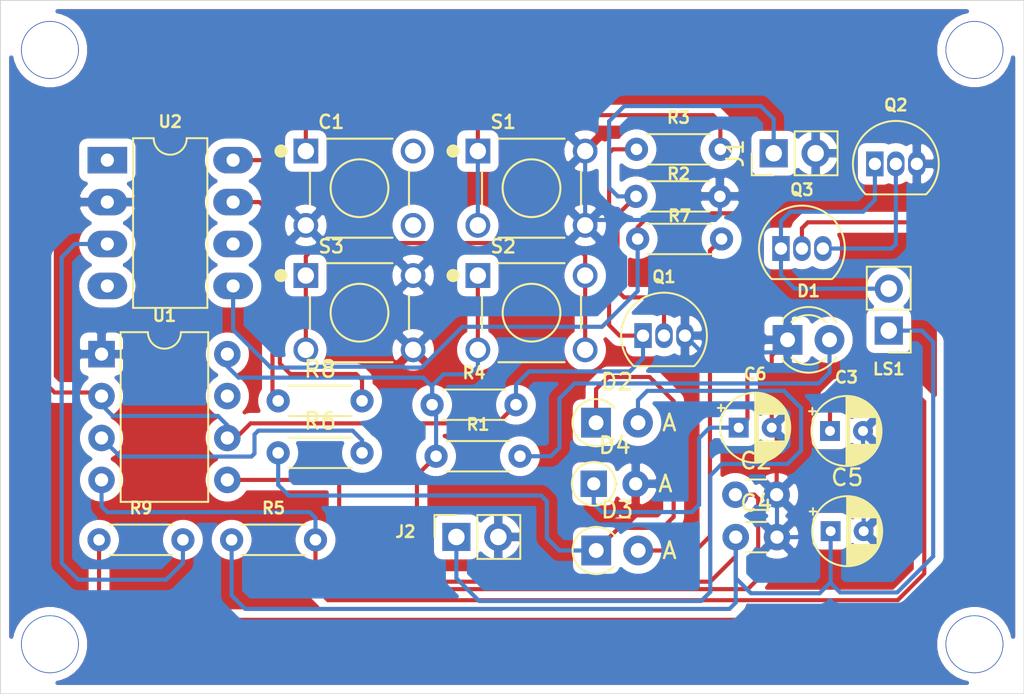
<source format=kicad_pcb>
(kicad_pcb (version 20171130) (host pcbnew "(5.1.12)-1")
  (layers (0 F.Cu signal) (31 B.Cu signal) (34 B.Paste user hide) (35 F.Paste user hide) (36 B.SilkS user hide) (37 F.SilkS user) (38 B.Mask user) (39 F.Mask user hide) (44 Edge.Cuts user))
  (net 0 "")
  (net 1 Earth)
  (net 2 "Net-(C1-Pad1)")
  (net 3 "Net-(C2-Pad1)")
  (net 4 "Net-(C3-Pad1)")
  (net 5 "Net-(C4-Pad1)")
  (net 6 "Net-(C6-Pad1)")
  (net 7 "Net-(D1-Pad2)")
  (net 8 "Net-(D2-Pad2)")
  (net 9 "Net-(D2-Pad1)")
  (net 10 "Net-(D3-Pad2)")
  (net 11 "Net-(J1-Pad1)")
  (net 12 "Net-(LS1-Pad2)")
  (net 13 "Net-(Q2-Pad2)")
  (net 14 "Net-(Q3-Pad2)")
  (net 15 "Net-(R3-Pad2)")
  (net 16 "Net-(R6-Pad2)")
  (net 17 "Net-(R8-Pad2)")
  (net 18 "Net-(R8-Pad1)")
  (net 19 "Net-(R9-Pad2)")
  (net 20 "Net-(S2-Pad3)")
  (net 21 "Net-(U1-Pad7)")
  (net 22 "Net-(U2-Pad4)")
  (net 23 "Net-(U2-Pad6)")
  (net 24 "Net-(U2-Pad1)")
  (module Resistor_THT:R_Axial_DIN0204_L3.6mm_D1.6mm_P5.08mm_Horizontal (layer F.Cu) (at 136.6 83.45)
    (fp_text reference R7 (at 2.54 -1.4) (layer F.SilkS) (effects (font (size 0.7 0.7))))
    (fp_text value 470)
    (pad 2 thru_hole oval (at 5.08 0) (size 1.4 1.4) (drill 0.7) (layers *.Cu *.Mask) (net 10 "Net-(D3-Pad2)"))
    (pad 1 thru_hole circle (at 0 0) (size 1.4 1.4) (drill 0.7) (layers *.Cu *.Mask) (net 6 "Net-(C6-Pad1)"))
  )
  (module Package_DIP:DIP-8_W7.62mm_LongPads (layer F.Cu) (at 104.475001 78.675001)
    (fp_text reference U2 (at 3.81 -2.33) (layer F.SilkS) (effects (font (size 0.7 0.7))))
    (fp_text value LM3561)
    (pad 8 thru_hole oval (at 7.62 0) (size 2.4 1.6) (drill 0.8) (layers *.Cu *.Mask) (net 17 "Net-(R8-Pad2)"))
    (pad 4 thru_hole oval (at 0 7.62) (size 2.4 1.6) (drill 0.8) (layers *.Cu *.Mask) (net 22 "Net-(U2-Pad4)"))
    (pad 7 thru_hole oval (at 7.62 2.54) (size 2.4 1.6) (drill 0.8) (layers *.Cu *.Mask) (net 18 "Net-(R8-Pad1)"))
    (pad 3 thru_hole oval (at 0 5.08) (size 2.4 1.6) (drill 0.8) (layers *.Cu *.Mask) (net 19 "Net-(R9-Pad2)"))
    (pad 6 thru_hole oval (at 7.62 5.08) (size 2.4 1.6) (drill 0.8) (layers *.Cu *.Mask) (net 23 "Net-(U2-Pad6)"))
    (pad 2 thru_hole oval (at 0 2.54) (size 2.4 1.6) (drill 0.8) (layers *.Cu *.Mask) (net 1 Earth))
    (pad 5 thru_hole oval (at 7.62 7.62) (size 2.4 1.6) (drill 0.8) (layers *.Cu *.Mask) (net 6 "Net-(C6-Pad1)"))
    (pad 1 thru_hole rect (at 0 0) (size 2.4 1.6) (drill 0.8) (layers *.Cu *.Mask) (net 24 "Net-(U2-Pad1)"))
  )
  (module Package_DIP:DIP-8_W7.62mm (layer F.Cu) (at 104.125001 90.425001)
    (fp_text reference U1 (at 3.81 -2.33) (layer F.SilkS) (effects (font (size 0.7 0.7))))
    (fp_text value LM555xN)
    (pad 8 thru_hole oval (at 7.62 0) (size 1.6 1.6) (drill 0.8) (layers *.Cu *.Mask) (net 5 "Net-(C4-Pad1)"))
    (pad 4 thru_hole oval (at 0 7.62) (size 1.6 1.6) (drill 0.8) (layers *.Cu *.Mask) (net 4 "Net-(C3-Pad1)"))
    (pad 7 thru_hole oval (at 7.62 2.54) (size 1.6 1.6) (drill 0.8) (layers *.Cu *.Mask) (net 21 "Net-(U1-Pad7)"))
    (pad 3 thru_hole oval (at 0 5.08) (size 1.6 1.6) (drill 0.8) (layers *.Cu *.Mask) (net 16 "Net-(R6-Pad2)"))
    (pad 6 thru_hole oval (at 7.62 5.08) (size 1.6 1.6) (drill 0.8) (layers *.Cu *.Mask) (net 2 "Net-(C1-Pad1)"))
    (pad 2 thru_hole oval (at 0 2.54) (size 1.6 1.6) (drill 0.8) (layers *.Cu *.Mask) (net 2 "Net-(C1-Pad1)"))
    (pad 5 thru_hole oval (at 7.62 7.62) (size 1.6 1.6) (drill 0.8) (layers *.Cu *.Mask) (net 3 "Net-(C2-Pad1)"))
    (pad 1 thru_hole rect (at 0 0) (size 1.6 1.6) (drill 0.8) (layers *.Cu *.Mask) (net 1 Earth))
  )
  (module FSM8JH:SW_FSM8JH (layer F.Cu) (at 119.750001 87.915001)
    (fp_text reference S3 (at -1.71258 -4.01401) (layer F.SilkS) (effects (font (size 0.801197 0.801197))))
    (fp_text value FSM8JH)
    (pad 4 thru_hole circle (at 3.25 2.25) (size 1.498 1.498) (drill 0.99) (layers *.Cu *.Mask) (net 1 Earth))
    (pad 2 thru_hole circle (at -3.25 2.25) (size 1.498 1.498) (drill 0.99) (layers *.Cu *.Mask) (net 20 "Net-(S2-Pad3)"))
    (pad 3 thru_hole circle (at 3.25 -2.25) (size 1.498 1.498) (drill 0.99) (layers *.Cu *.Mask) (net 1 Earth))
    (pad 1 thru_hole rect (at -3.25 -2.25) (size 1.498 1.498) (drill 0.99) (layers *.Cu *.Mask) (net 20 "Net-(S2-Pad3)"))
  )
  (module FSM8JH:SW_FSM8JH (layer F.Cu) (at 130.170001 87.915001)
    (fp_text reference S2 (at -1.71258 -4.01401) (layer F.SilkS) (effects (font (size 0.801197 0.801197))))
    (fp_text value FSM8JH)
    (pad 4 thru_hole circle (at 3.25 2.25) (size 1.498 1.498) (drill 0.99) (layers *.Cu *.Mask) (net 20 "Net-(S2-Pad3)"))
    (pad 2 thru_hole circle (at -3.25 2.25) (size 1.498 1.498) (drill 0.99) (layers *.Cu *.Mask) (net 5 "Net-(C4-Pad1)"))
    (pad 3 thru_hole circle (at 3.25 -2.25) (size 1.498 1.498) (drill 0.99) (layers *.Cu *.Mask) (net 20 "Net-(S2-Pad3)"))
    (pad 1 thru_hole rect (at -3.25 -2.25) (size 1.498 1.498) (drill 0.99) (layers *.Cu *.Mask) (net 5 "Net-(C4-Pad1)"))
  )
  (module FSM8JH:SW_FSM8JH (layer F.Cu) (at 130.170001 80.375001)
    (fp_text reference S1 (at -1.71258 -4.01401) (layer F.SilkS) (effects (font (size 0.801197 0.801197))))
    (fp_text value FSM8JH)
    (pad 4 thru_hole circle (at 3.25 2.25) (size 1.498 1.498) (drill 0.99) (layers *.Cu *.Mask) (net 1 Earth))
    (pad 2 thru_hole circle (at -3.25 2.25) (size 1.498 1.498) (drill 0.99) (layers *.Cu *.Mask) (net 15 "Net-(R3-Pad2)"))
    (pad 3 thru_hole circle (at 3.25 -2.25) (size 1.498 1.498) (drill 0.99) (layers *.Cu *.Mask) (net 1 Earth))
    (pad 1 thru_hole rect (at -3.25 -2.25) (size 1.498 1.498) (drill 0.99) (layers *.Cu *.Mask) (net 15 "Net-(R3-Pad2)"))
  )
  (module Resistor_THT:R_Axial_DIN0204_L3.6mm_D1.6mm_P5.08mm_Horizontal (layer F.Cu) (at 103.975001 101.675001)
    (fp_text reference R9 (at 2.54 -1.92) (layer F.SilkS) (effects (font (size 0.7 0.7))))
    (fp_text value 1K)
    (pad 2 thru_hole oval (at 5.08 0) (size 1.4 1.4) (drill 0.7) (layers *.Cu *.Mask) (net 19 "Net-(R9-Pad2)"))
    (pad 1 thru_hole circle (at 0 0) (size 1.4 1.4) (drill 0.7) (layers *.Cu *.Mask) (net 14 "Net-(Q3-Pad2)"))
  )
  (module Resistor_THT:R_Axial_DIN0204_L3.6mm_D1.6mm_P5.08mm_Horizontal (layer F.Cu) (at 114.825001 93.255001)
    (fp_text reference R8 (at 2.54 -1.92) (layer F.SilkS))
    (fp_text value 270K)
    (pad 2 thru_hole oval (at 5.08 0) (size 1.4 1.4) (drill 0.7) (layers *.Cu *.Mask) (net 17 "Net-(R8-Pad2)"))
    (pad 1 thru_hole circle (at 0 0) (size 1.4 1.4) (drill 0.7) (layers *.Cu *.Mask) (net 18 "Net-(R8-Pad1)"))
  )
  (module Resistor_THT:R_Axial_DIN0204_L3.6mm_D1.6mm_P5.08mm_Horizontal (layer F.Cu) (at 114.825001 96.405001)
    (fp_text reference R6 (at 2.54 -1.92) (layer F.SilkS))
    (fp_text value 4.7)
    (pad 2 thru_hole oval (at 5.08 0) (size 1.4 1.4) (drill 0.7) (layers *.Cu *.Mask) (net 16 "Net-(R6-Pad2)"))
    (pad 1 thru_hole circle (at 0 0) (size 1.4 1.4) (drill 0.7) (layers *.Cu *.Mask) (net 9 "Net-(D2-Pad1)"))
  )
  (module Resistor_THT:R_Axial_DIN0204_L3.6mm_D1.6mm_P5.08mm_Horizontal (layer F.Cu) (at 112.005001 101.675001)
    (fp_text reference R5 (at 2.54 -1.92) (layer F.SilkS) (effects (font (size 0.7 0.7))))
    (fp_text value R_Small_US)
    (pad 2 thru_hole oval (at 5.08 0) (size 1.4 1.4) (drill 0.7) (layers *.Cu *.Mask) (net 4 "Net-(C3-Pad1)"))
    (pad 1 thru_hole circle (at 0 0) (size 1.4 1.4) (drill 0.7) (layers *.Cu *.Mask) (net 5 "Net-(C4-Pad1)"))
  )
  (module Resistor_THT:R_Axial_DIN0204_L3.6mm_D1.6mm_P5.08mm_Horizontal (layer F.Cu) (at 124.15 93.49)
    (fp_text reference R4 (at 2.54 -1.92) (layer F.SilkS) (effects (font (size 0.7 0.7))))
    (fp_text value 10K)
    (pad 2 thru_hole oval (at 5.08 0) (size 1.4 1.4) (drill 0.7) (layers *.Cu *.Mask) (net 2 "Net-(C1-Pad1)"))
    (pad 1 thru_hole circle (at 0 0) (size 1.4 1.4) (drill 0.7) (layers *.Cu *.Mask) (net 5 "Net-(C4-Pad1)"))
  )
  (module Resistor_THT:R_Axial_DIN0204_L3.6mm_D1.6mm_P5.08mm_Horizontal (layer F.Cu) (at 136.53 78.02)
    (fp_text reference R3 (at 2.54 -1.92) (layer F.SilkS) (effects (font (size 0.7 0.7))))
    (fp_text value 10K)
    (pad 2 thru_hole oval (at 5.08 0) (size 1.4 1.4) (drill 0.7) (layers *.Cu *.Mask) (net 15 "Net-(R3-Pad2)"))
    (pad 1 thru_hole circle (at 0 0) (size 1.4 1.4) (drill 0.7) (layers *.Cu *.Mask) (net 2 "Net-(C1-Pad1)"))
  )
  (module Resistor_THT:R_Axial_DIN0204_L3.6mm_D1.6mm_P5.08mm_Horizontal (layer F.Cu) (at 136.5 80.87)
    (fp_text reference R2 (at 2.58 -1.36) (layer F.SilkS) (effects (font (size 0.7 0.7))))
    (fp_text value 4.7M)
    (pad 2 thru_hole oval (at 5.08 0) (size 1.4 1.4) (drill 0.7) (layers *.Cu *.Mask) (net 1 Earth))
    (pad 1 thru_hole circle (at 0 0) (size 1.4 1.4) (drill 0.7) (layers *.Cu *.Mask) (net 11 "Net-(J1-Pad1)"))
  )
  (module Resistor_THT:R_Axial_DIN0204_L3.6mm_D1.6mm_P5.08mm_Horizontal (layer F.Cu) (at 124.39 96.61)
    (fp_text reference R1 (at 2.54 -1.92) (layer F.SilkS) (effects (font (size 0.7 0.7))))
    (fp_text value 1K)
    (pad 2 thru_hole oval (at 5.08 0) (size 1.4 1.4) (drill 0.7) (layers *.Cu *.Mask) (net 7 "Net-(D1-Pad2)"))
    (pad 1 thru_hole circle (at 0 0) (size 1.4 1.4) (drill 0.7) (layers *.Cu *.Mask) (net 5 "Net-(C4-Pad1)"))
  )
  (module Package_TO_SOT_THT:TO-92_Inline (layer F.Cu) (at 145.28 84.03)
    (fp_text reference Q3 (at 1.27 -3.56) (layer F.SilkS) (effects (font (size 0.7 0.7))))
    (fp_text value BC547)
    (pad 1 thru_hole rect (at 0 0) (size 1.05 1.5) (drill 0.75) (layers *.Cu *.Mask) (net 12 "Net-(LS1-Pad2)"))
    (pad 3 thru_hole oval (at 2.54 0) (size 1.05 1.5) (drill 0.75) (layers *.Cu *.Mask) (net 13 "Net-(Q2-Pad2)"))
    (pad 2 thru_hole oval (at 1.27 0) (size 1.05 1.5) (drill 0.75) (layers *.Cu *.Mask) (net 14 "Net-(Q3-Pad2)"))
  )
  (module Package_TO_SOT_THT:TO-92_Inline (layer F.Cu) (at 150.97 78.9)
    (fp_text reference Q2 (at 1.27 -3.56) (layer F.SilkS) (effects (font (size 0.7 0.7))))
    (fp_text value BC547)
    (pad 1 thru_hole rect (at 0 0) (size 1.05 1.5) (drill 0.75) (layers *.Cu *.Mask) (net 12 "Net-(LS1-Pad2)"))
    (pad 3 thru_hole oval (at 2.54 0) (size 1.05 1.5) (drill 0.75) (layers *.Cu *.Mask) (net 1 Earth))
    (pad 2 thru_hole oval (at 1.27 0) (size 1.05 1.5) (drill 0.75) (layers *.Cu *.Mask) (net 13 "Net-(Q2-Pad2)"))
  )
  (module Package_TO_SOT_THT:TO-92_Inline (layer F.Cu) (at 136.925001 89.305001)
    (fp_text reference Q1 (at 1.27 -3.56) (layer F.SilkS) (effects (font (size 0.7 0.7))))
    (fp_text value BS170)
    (pad 1 thru_hole rect (at 0 0) (size 1.05 1.5) (drill 0.75) (layers *.Cu *.Mask) (net 2 "Net-(C1-Pad1)"))
    (pad 3 thru_hole oval (at 2.54 0) (size 1.05 1.5) (drill 0.75) (layers *.Cu *.Mask) (net 1 Earth))
    (pad 2 thru_hole oval (at 1.27 0) (size 1.05 1.5) (drill 0.75) (layers *.Cu *.Mask) (net 11 "Net-(J1-Pad1)"))
  )
  (module Connector_PinHeader_2.54mm:PinHeader_1x02_P2.54mm_Vertical (layer F.Cu) (at 151.81 89 180)
    (fp_text reference LS1 (at 0 -2.33) (layer F.SilkS) (effects (font (size 0.7 0.7))))
    (fp_text value 0.5w)
    (pad 2 thru_hole oval (at 0 2.54 180) (size 1.7 1.7) (drill 1) (layers *.Cu *.Mask) (net 12 "Net-(LS1-Pad2)"))
    (pad 1 thru_hole rect (at 0 0 180) (size 1.7 1.7) (drill 1) (layers *.Cu *.Mask) (net 5 "Net-(C4-Pad1)"))
  )
  (module Connector_PinSocket_2.54mm:PinSocket_1x02_P2.54mm_Vertical (layer F.Cu) (at 125.62 101.5 90)
    (fp_text reference J2 (at 0.32 -3.09 180) (layer F.SilkS) (effects (font (size 0.7 0.7))))
    (fp_text value SOC1)
    (pad 2 thru_hole oval (at 0 2.54 90) (size 1.7 1.7) (drill 1) (layers *.Cu *.Mask) (net 1 Earth))
    (pad 1 thru_hole rect (at 0 0 90) (size 1.7 1.7) (drill 1) (layers *.Cu *.Mask) (net 8 "Net-(D2-Pad2)"))
  )
  (module Connector_PinHeader_2.54mm:PinHeader_1x02_P2.54mm_Vertical (layer F.Cu) (at 144.84 78.26 90)
    (fp_text reference J1 (at 0 -2.33 90) (layer F.SilkS))
    (fp_text value "PIEZO SENSOR")
    (pad 2 thru_hole oval (at 0 2.54 90) (size 1.7 1.7) (drill 1) (layers *.Cu *.Mask) (net 1 Earth))
    (pad 1 thru_hole rect (at 0 0 90) (size 1.7 1.7) (drill 1) (layers *.Cu *.Mask) (net 11 "Net-(J1-Pad1)"))
  )
  (module Diode_THT:D_DO-35_SOD27_P2.54mm_Vertical_AnodeUp (layer F.Cu) (at 133.94 98.28)
    (fp_text reference D4 (at 1.27 -2.326371) (layer F.SilkS))
    (fp_text value 3.3V)
    (fp_text user A (at 4.34 0) (layer F.SilkS))
    (pad 2 thru_hole oval (at 2.54 0) (size 1.6 1.6) (drill 0.8) (layers *.Cu *.Mask) (net 1 Earth))
    (pad 1 thru_hole rect (at 0 0) (size 1.6 1.6) (drill 0.8) (layers *.Cu *.Mask) (net 6 "Net-(C6-Pad1)"))
  )
  (module Diode_THT:D_A-405_P2.54mm_Vertical_AnodeUp (layer F.Cu) (at 134.09 102.32)
    (fp_text reference D3 (at 1.27 -2.47) (layer F.SilkS))
    (fp_text value D)
    (fp_text user A (at 4.44 0) (layer F.SilkS))
    (pad 2 thru_hole oval (at 2.54 0) (size 1.8 1.8) (drill 0.9) (layers *.Cu *.Mask) (net 10 "Net-(D3-Pad2)"))
    (pad 1 thru_hole rect (at 0 0) (size 1.8 1.8) (drill 0.9) (layers *.Cu *.Mask) (net 9 "Net-(D2-Pad1)"))
  )
  (module Diode_THT:D_A-405_P2.54mm_Vertical_AnodeUp (layer F.Cu) (at 134.08 94.58)
    (fp_text reference D2 (at 1.27 -2.47) (layer F.SilkS))
    (fp_text value D)
    (fp_text user A (at 4.44 0) (layer F.SilkS))
    (pad 2 thru_hole oval (at 2.54 0) (size 1.8 1.8) (drill 0.9) (layers *.Cu *.Mask) (net 8 "Net-(D2-Pad2)"))
    (pad 1 thru_hole rect (at 0 0) (size 1.8 1.8) (drill 0.9) (layers *.Cu *.Mask) (net 9 "Net-(D2-Pad1)"))
  )
  (module LED_THT:LED_D3.0mm (layer F.Cu) (at 145.68 89.56)
    (fp_text reference D1 (at 1.27 -2.96) (layer F.SilkS) (effects (font (size 0.7 0.7))))
    (fp_text value LED)
    (pad 2 thru_hole circle (at 2.54 0) (size 1.8 1.8) (drill 0.9) (layers *.Cu *.Mask) (net 7 "Net-(D1-Pad2)"))
    (pad 1 thru_hole rect (at 0 0) (size 1.8 1.8) (drill 0.9) (layers *.Cu *.Mask) (net 1 Earth))
  )
  (module Capacitor_THT:CP_Radial_D4.0mm_P2.00mm (layer F.Cu) (at 142.72 94.88)
    (fp_text reference C6 (at 1 -3.25) (layer F.SilkS) (effects (font (size 0.7 0.7))))
    (fp_text value 1uf)
    (pad 2 thru_hole circle (at 2 0) (size 1.2 1.2) (drill 0.6) (layers *.Cu *.Mask) (net 1 Earth))
    (pad 1 thru_hole rect (at 0 0) (size 1.2 1.2) (drill 0.6) (layers *.Cu *.Mask) (net 6 "Net-(C6-Pad1)"))
  )
  (module Capacitor_THT:CP_Radial_D4.0mm_P2.00mm (layer F.Cu) (at 148.29 101.15)
    (fp_text reference C5 (at 1 -3.25) (layer F.SilkS))
    (fp_text value 100uf)
    (pad 2 thru_hole circle (at 2 0) (size 1.2 1.2) (drill 0.6) (layers *.Cu *.Mask) (net 1 Earth))
    (pad 1 thru_hole rect (at 0 0) (size 1.2 1.2) (drill 0.6) (layers *.Cu *.Mask) (net 5 "Net-(C4-Pad1)"))
  )
  (module Capacitor_THT:C_Disc_D3.0mm_W1.6mm_P2.50mm (layer F.Cu) (at 142.54 101.51)
    (fp_text reference C4 (at 1.25 -2.05) (layer F.SilkS))
    (fp_text value 0.1uf)
    (pad 2 thru_hole circle (at 2.5 0) (size 1.6 1.6) (drill 0.8) (layers *.Cu *.Mask) (net 1 Earth))
    (pad 1 thru_hole circle (at 0 0) (size 1.6 1.6) (drill 0.8) (layers *.Cu *.Mask) (net 5 "Net-(C4-Pad1)"))
  )
  (module Capacitor_THT:CP_Radial_D4.0mm_P2.00mm (layer F.Cu) (at 148.25 95.08)
    (fp_text reference C3 (at 1 -3.25) (layer F.SilkS) (effects (font (size 0.7 0.7))))
    (fp_text value 10uf)
    (pad 2 thru_hole circle (at 2 0) (size 1.2 1.2) (drill 0.6) (layers *.Cu *.Mask) (net 1 Earth))
    (pad 1 thru_hole rect (at 0 0) (size 1.2 1.2) (drill 0.6) (layers *.Cu *.Mask) (net 4 "Net-(C3-Pad1)"))
  )
  (module Capacitor_THT:C_Disc_D3.0mm_W1.6mm_P2.50mm (layer F.Cu) (at 142.52 98.94)
    (fp_text reference C2 (at 1.25 -2.05) (layer F.SilkS))
    (fp_text value 0.01uf)
    (pad 2 thru_hole circle (at 2.5 0) (size 1.6 1.6) (drill 0.8) (layers *.Cu *.Mask) (net 1 Earth))
    (pad 1 thru_hole circle (at 0 0) (size 1.6 1.6) (drill 0.8) (layers *.Cu *.Mask) (net 3 "Net-(C2-Pad1)"))
  )
  (module FSM8JH:SW_FSM8JH (layer F.Cu) (at 119.750001 80.375001)
    (fp_text reference C1 (at -1.71258 -4.01401) (layer F.SilkS) (effects (font (size 0.801197 0.801197))))
    (fp_text value 0.1uf)
    (pad 4 thru_hole circle (at 3.25 2.25) (size 1.498 1.498) (drill 0.99) (layers *.Cu *.Mask))
    (pad 2 thru_hole circle (at -3.25 2.25) (size 1.498 1.498) (drill 0.99) (layers *.Cu *.Mask) (net 1 Earth))
    (pad 3 thru_hole circle (at 3.25 -2.25) (size 1.498 1.498) (drill 0.99) (layers *.Cu *.Mask))
    (pad 1 thru_hole rect (at -3.25 -2.25) (size 1.498 1.498) (drill 0.99) (layers *.Cu *.Mask) (net 2 "Net-(C1-Pad1)"))
  )
  (gr_line (start 98 69) (end 99 69) (layer Edge.Cuts) (width 0.05))
  (gr_line (start 98 111) (end 98 69) (layer Edge.Cuts) (width 0.05))
  (gr_line (start 160 111) (end 98 111) (layer Edge.Cuts) (width 0.05))
  (gr_line (start 160 69) (end 160 111) (layer Edge.Cuts) (width 0.05))
  (gr_line (start 99 69) (end 160 69) (layer Edge.Cuts) (width 0.05))
  (via (at 101 72) (size 3.5) (drill 3.4) (layers F.Cu B.Cu) (net 0))
  (via (at 157 72) (size 3.5) (drill 3.4) (layers F.Cu B.Cu) (net 0))
  (via (at 157 108) (size 3.5) (drill 3.4) (layers F.Cu B.Cu) (net 0))
  (via (at 101 108) (size 3.5) (drill 3.4) (layers F.Cu B.Cu) (net 0))
  (segment (start 133.420001 82.625001) (end 133.420001 78.125001) (width 0.25) (layer B.Cu) (net 1))
  (segment (start 145.04 98.96) (end 145.02 98.94) (width 0.25) (layer B.Cu) (net 1))
  (segment (start 145.04 101.51) (end 145.04 98.96) (width 0.25) (layer B.Cu) (net 1))
  (segment (start 145.04 101.51) (end 146.33 101.51) (width 0.25) (layer B.Cu) (net 1))
  (segment (start 146.33 101.51) (end 146.53 101.31) (width 0.25) (layer B.Cu) (net 1))
  (segment (start 146.53 101.31) (end 146.53 99.61) (width 0.25) (layer B.Cu) (net 1))
  (segment (start 146.53 99.61) (end 147.84 98.3) (width 0.25) (layer B.Cu) (net 1))
  (segment (start 147.84 98.3) (end 149.98 98.3) (width 0.25) (layer B.Cu) (net 1))
  (segment (start 150.29 98.61) (end 150.29 101.15) (width 0.25) (layer B.Cu) (net 1))
  (segment (start 150.25 98.46) (end 150.195 98.515) (width 0.25) (layer B.Cu) (net 1))
  (segment (start 150.25 95.08) (end 150.25 98.46) (width 0.25) (layer B.Cu) (net 1))
  (segment (start 150.195 98.515) (end 150.29 98.61) (width 0.25) (layer B.Cu) (net 1))
  (segment (start 149.98 98.3) (end 150.195 98.515) (width 0.25) (layer B.Cu) (net 1))
  (segment (start 144.72 90.52) (end 145.68 89.56) (width 0.25) (layer F.Cu) (net 1))
  (segment (start 144.72 94.88) (end 144.72 90.52) (width 0.25) (layer F.Cu) (net 1))
  (segment (start 147.38 78.26) (end 147.38 80.08) (width 0.25) (layer B.Cu) (net 1))
  (segment (start 147.38 80.08) (end 146.59 80.87) (width 0.25) (layer B.Cu) (net 1))
  (segment (start 143.29 80.87) (end 141.58 80.87) (width 0.25) (layer B.Cu) (net 1))
  (segment (start 146.59 80.87) (end 143.29 80.87) (width 0.25) (layer B.Cu) (net 1))
  (segment (start 141.58 80.87) (end 141.58 82.01) (width 0.25) (layer B.Cu) (net 1))
  (segment (start 141.58 82.01) (end 141.29 82.3) (width 0.25) (layer B.Cu) (net 1))
  (segment (start 133.745002 82.3) (end 133.420001 82.625001) (width 0.25) (layer B.Cu) (net 1))
  (segment (start 141.29 82.3) (end 133.745002 82.3) (width 0.25) (layer B.Cu) (net 1))
  (segment (start 145.02 95.18) (end 144.72 94.88) (width 0.25) (layer F.Cu) (net 1))
  (segment (start 145.02 98.94) (end 145.02 95.18) (width 0.25) (layer F.Cu) (net 1))
  (segment (start 130.48 101.5) (end 128.16 101.5) (width 0.25) (layer F.Cu) (net 1))
  (segment (start 136.48 98.28) (end 136.48 100.22) (width 0.25) (layer F.Cu) (net 1))
  (segment (start 136.2 100.5) (end 131.48 100.5) (width 0.25) (layer F.Cu) (net 1))
  (segment (start 136.48 100.22) (end 136.2 100.5) (width 0.25) (layer F.Cu) (net 1))
  (segment (start 131.48 100.5) (end 130.48 101.5) (width 0.25) (layer F.Cu) (net 1))
  (segment (start 143.78 81.36) (end 143.29 80.87) (width 0.25) (layer B.Cu) (net 1))
  (segment (start 143.78 88.83) (end 143.78 81.36) (width 0.25) (layer B.Cu) (net 1))
  (segment (start 144.51 89.56) (end 143.78 88.83) (width 0.25) (layer B.Cu) (net 1))
  (segment (start 145.68 89.56) (end 144.51 89.56) (width 0.25) (layer B.Cu) (net 1))
  (segment (start 140.48 90.32) (end 139.465001 89.305001) (width 0.25) (layer B.Cu) (net 1))
  (segment (start 145.68 90.08) (end 145.44 90.32) (width 0.25) (layer B.Cu) (net 1))
  (segment (start 145.44 90.32) (end 140.48 90.32) (width 0.25) (layer B.Cu) (net 1))
  (segment (start 145.68 89.56) (end 145.68 90.08) (width 0.25) (layer B.Cu) (net 1))
  (segment (start 153.51 75.61) (end 153.51 78.9) (width 0.25) (layer B.Cu) (net 1))
  (segment (start 152.95 75.05) (end 153.51 75.61) (width 0.25) (layer B.Cu) (net 1))
  (segment (start 147.93 75.05) (end 152.95 75.05) (width 0.25) (layer B.Cu) (net 1))
  (segment (start 147.38 75.6) (end 147.93 75.05) (width 0.25) (layer B.Cu) (net 1))
  (segment (start 147.38 78.26) (end 147.38 75.6) (width 0.25) (layer B.Cu) (net 1))
  (segment (start 136.53 78.02) (end 135.1 78.02) (width 0.25) (layer F.Cu) (net 2))
  (segment (start 135.1 78.02) (end 134.87 78.25) (width 0.25) (layer F.Cu) (net 2))
  (segment (start 134.87 78.25) (end 134.87 88.67) (width 0.25) (layer F.Cu) (net 2))
  (segment (start 135.505001 89.305001) (end 136.925001 89.305001) (width 0.25) (layer F.Cu) (net 2))
  (segment (start 134.87 88.67) (end 135.505001 89.305001) (width 0.25) (layer F.Cu) (net 2))
  (segment (start 129.23 93.49) (end 129.23 92.27) (width 0.25) (layer B.Cu) (net 2))
  (segment (start 129.23 92.27) (end 130.03 91.47) (width 0.25) (layer B.Cu) (net 2))
  (segment (start 130.03 91.47) (end 136.13 91.47) (width 0.25) (layer B.Cu) (net 2))
  (segment (start 136.925001 90.674999) (end 136.925001 89.305001) (width 0.25) (layer B.Cu) (net 2))
  (segment (start 136.13 91.47) (end 136.925001 90.674999) (width 0.25) (layer B.Cu) (net 2))
  (segment (start 103.91 92.75) (end 104.125001 92.965001) (width 0.25) (layer F.Cu) (net 2))
  (segment (start 101.28 92.75) (end 103.91 92.75) (width 0.25) (layer F.Cu) (net 2))
  (segment (start 100.59999 92.06999) (end 101.28 92.75) (width 0.25) (layer F.Cu) (net 2))
  (segment (start 100.59999 75.46001) (end 100.59999 92.06999) (width 0.25) (layer F.Cu) (net 2))
  (segment (start 101.8 74.26) (end 100.59999 75.46001) (width 0.25) (layer F.Cu) (net 2))
  (segment (start 115.26 74.26) (end 101.8 74.26) (width 0.25) (layer F.Cu) (net 2))
  (segment (start 116.500001 75.500001) (end 115.26 74.26) (width 0.25) (layer F.Cu) (net 2))
  (segment (start 116.500001 78.125001) (end 116.500001 75.500001) (width 0.25) (layer F.Cu) (net 2))
  (segment (start 128.1 94.62) (end 129.23 93.49) (width 0.25) (layer F.Cu) (net 2))
  (segment (start 113.15 94.62) (end 128.1 94.62) (width 0.25) (layer F.Cu) (net 2))
  (segment (start 112.264999 95.505001) (end 113.15 94.62) (width 0.25) (layer F.Cu) (net 2))
  (segment (start 111.745001 95.505001) (end 112.264999 95.505001) (width 0.25) (layer F.Cu) (net 2))
  (segment (start 104.125001 93.495001) (end 104.125001 92.965001) (width 0.25) (layer B.Cu) (net 2))
  (segment (start 111.18 94.17) (end 104.8 94.17) (width 0.25) (layer B.Cu) (net 2))
  (segment (start 111.745001 94.735001) (end 111.18 94.17) (width 0.25) (layer B.Cu) (net 2))
  (segment (start 104.8 94.17) (end 104.125001 93.495001) (width 0.25) (layer B.Cu) (net 2))
  (segment (start 111.745001 95.505001) (end 111.745001 94.735001) (width 0.25) (layer B.Cu) (net 2))
  (segment (start 118.255001 98.045001) (end 111.745001 98.045001) (width 0.25) (layer F.Cu) (net 3))
  (segment (start 118.52 98.31) (end 118.255001 98.045001) (width 0.25) (layer F.Cu) (net 3))
  (segment (start 118.52 104.06) (end 118.52 98.31) (width 0.25) (layer F.Cu) (net 3))
  (segment (start 119.12001 104.66001) (end 118.52 104.06) (width 0.25) (layer F.Cu) (net 3))
  (segment (start 143.26999 104.66001) (end 119.12001 104.66001) (width 0.25) (layer F.Cu) (net 3))
  (segment (start 143.9 104.03) (end 143.26999 104.66001) (width 0.25) (layer F.Cu) (net 3))
  (segment (start 143.9 99.17) (end 143.9 104.03) (width 0.25) (layer F.Cu) (net 3))
  (segment (start 143.67 98.94) (end 143.9 99.17) (width 0.25) (layer F.Cu) (net 3))
  (segment (start 142.52 98.94) (end 143.67 98.94) (width 0.25) (layer F.Cu) (net 3))
  (segment (start 117.085001 104.575001) (end 117.085001 101.675001) (width 0.25) (layer F.Cu) (net 4))
  (segment (start 152.35 105.33) (end 117.84 105.33) (width 0.25) (layer F.Cu) (net 4))
  (segment (start 153.96 103.72) (end 152.35 105.33) (width 0.25) (layer F.Cu) (net 4))
  (segment (start 117.84 105.33) (end 117.085001 104.575001) (width 0.25) (layer F.Cu) (net 4))
  (segment (start 153.96 93.31) (end 153.96 103.72) (width 0.25) (layer F.Cu) (net 4))
  (segment (start 153.16 92.51) (end 153.96 93.31) (width 0.25) (layer F.Cu) (net 4))
  (segment (start 148.81 92.51) (end 153.16 92.51) (width 0.25) (layer F.Cu) (net 4))
  (segment (start 148.25 93.07) (end 148.81 92.51) (width 0.25) (layer F.Cu) (net 4))
  (segment (start 148.25 95.08) (end 148.25 93.07) (width 0.25) (layer F.Cu) (net 4))
  (segment (start 104.48 100) (end 104.125001 99.645001) (width 0.25) (layer B.Cu) (net 4))
  (segment (start 104.125001 99.645001) (end 104.125001 98.045001) (width 0.25) (layer B.Cu) (net 4))
  (segment (start 116.74 100) (end 104.48 100) (width 0.25) (layer B.Cu) (net 4))
  (segment (start 117.085001 100.345001) (end 116.74 100) (width 0.25) (layer B.Cu) (net 4))
  (segment (start 117.085001 101.675001) (end 117.085001 100.345001) (width 0.25) (layer B.Cu) (net 4))
  (segment (start 142.54 101.51) (end 142.54 103.99) (width 0.25) (layer B.Cu) (net 5))
  (segment (start 142.54 103.99) (end 143.46 104.91) (width 0.25) (layer B.Cu) (net 5))
  (segment (start 147.62 104.91) (end 148.29 104.24) (width 0.25) (layer B.Cu) (net 5))
  (segment (start 143.46 104.91) (end 147.62 104.91) (width 0.25) (layer B.Cu) (net 5))
  (segment (start 148.29 104.24) (end 148.29 101.15) (width 0.25) (layer B.Cu) (net 5))
  (segment (start 124.39 93.73) (end 124.15 93.49) (width 0.25) (layer B.Cu) (net 5))
  (segment (start 124.39 96.61) (end 124.39 93.73) (width 0.25) (layer B.Cu) (net 5))
  (segment (start 126.920001 90.165001) (end 126.920001 85.665001) (width 0.25) (layer F.Cu) (net 5))
  (segment (start 142.16 105.86) (end 142.54 105.48) (width 0.25) (layer B.Cu) (net 5))
  (segment (start 112.83 105.86) (end 142.16 105.86) (width 0.25) (layer B.Cu) (net 5))
  (segment (start 142.54 105.48) (end 142.54 101.51) (width 0.25) (layer B.Cu) (net 5))
  (segment (start 112.005001 105.035001) (end 112.83 105.86) (width 0.25) (layer B.Cu) (net 5))
  (segment (start 112.005001 101.675001) (end 112.005001 105.035001) (width 0.25) (layer B.Cu) (net 5))
  (segment (start 123.23 97.77) (end 124.39 96.61) (width 0.25) (layer F.Cu) (net 5))
  (segment (start 123.23 103.52) (end 123.23 97.77) (width 0.25) (layer F.Cu) (net 5))
  (segment (start 141 104.21) (end 123.92 104.21) (width 0.25) (layer F.Cu) (net 5))
  (segment (start 142.54 102.67) (end 141 104.21) (width 0.25) (layer F.Cu) (net 5))
  (segment (start 123.92 104.21) (end 123.23 103.52) (width 0.25) (layer F.Cu) (net 5))
  (segment (start 142.54 101.51) (end 142.54 102.67) (width 0.25) (layer F.Cu) (net 5))
  (segment (start 111.745001 91.175001) (end 111.745001 90.425001) (width 0.25) (layer B.Cu) (net 5))
  (segment (start 112.42 91.85) (end 111.745001 91.175001) (width 0.25) (layer B.Cu) (net 5))
  (segment (start 123.61 91.85) (end 112.42 91.85) (width 0.25) (layer B.Cu) (net 5))
  (segment (start 124.15 92.39) (end 123.61 91.85) (width 0.25) (layer B.Cu) (net 5))
  (segment (start 124.15 93.49) (end 124.15 92.39) (width 0.25) (layer B.Cu) (net 5))
  (segment (start 148.29 104.29) (end 148.29 104.24) (width 0.25) (layer B.Cu) (net 5))
  (segment (start 148.86 104.86) (end 148.29 104.29) (width 0.25) (layer B.Cu) (net 5))
  (segment (start 152.32 104.86) (end 148.86 104.86) (width 0.25) (layer B.Cu) (net 5))
  (segment (start 154.5 102.68) (end 152.32 104.86) (width 0.25) (layer B.Cu) (net 5))
  (segment (start 154.5 89.69) (end 154.5 102.68) (width 0.25) (layer B.Cu) (net 5))
  (segment (start 153.81 89) (end 154.5 89.69) (width 0.25) (layer B.Cu) (net 5))
  (segment (start 151.81 89) (end 153.81 89) (width 0.25) (layer B.Cu) (net 5))
  (segment (start 124.15 92.34) (end 124.15 93.49) (width 0.25) (layer B.Cu) (net 5))
  (segment (start 124.84 91.65) (end 124.15 92.34) (width 0.25) (layer B.Cu) (net 5))
  (segment (start 126.46 91.65) (end 124.84 91.65) (width 0.25) (layer B.Cu) (net 5))
  (segment (start 126.920001 91.189999) (end 126.46 91.65) (width 0.25) (layer B.Cu) (net 5))
  (segment (start 126.920001 90.165001) (end 126.920001 91.189999) (width 0.25) (layer B.Cu) (net 5))
  (segment (start 133.94 98.28) (end 133.94 99.5) (width 0.25) (layer B.Cu) (net 6))
  (segment (start 133.94 99.5) (end 134.43 99.99) (width 0.25) (layer B.Cu) (net 6))
  (segment (start 134.43 99.99) (end 139.89 99.99) (width 0.25) (layer B.Cu) (net 6))
  (segment (start 139.89 99.99) (end 140.32 99.56) (width 0.25) (layer B.Cu) (net 6))
  (segment (start 140.32 99.56) (end 140.32 95.52) (width 0.25) (layer B.Cu) (net 6))
  (segment (start 140.96 94.88) (end 142.72 94.88) (width 0.25) (layer B.Cu) (net 6))
  (segment (start 140.32 95.52) (end 140.96 94.88) (width 0.25) (layer B.Cu) (net 6))
  (segment (start 136.6 83.45) (end 136.6 82.73) (width 0.25) (layer F.Cu) (net 6))
  (segment (start 137.434999 81.895001) (end 142.644999 81.895001) (width 0.25) (layer F.Cu) (net 6))
  (segment (start 136.6 82.73) (end 137.434999 81.895001) (width 0.25) (layer F.Cu) (net 6))
  (segment (start 142.644999 81.895001) (end 143.25 82.500002) (width 0.25) (layer F.Cu) (net 6))
  (segment (start 143.25 94.35) (end 142.72 94.88) (width 0.25) (layer F.Cu) (net 6))
  (segment (start 143.25 82.500002) (end 143.25 94.35) (width 0.25) (layer F.Cu) (net 6))
  (segment (start 112.095001 87.345001) (end 112.095001 86.295001) (width 0.25) (layer B.Cu) (net 6))
  (segment (start 112.095001 88.955001) (end 112.095001 87.345001) (width 0.25) (layer B.Cu) (net 6))
  (segment (start 136.6 83.45) (end 136.6 86.61) (width 0.25) (layer B.Cu) (net 6))
  (segment (start 114.379002 91.239002) (end 112.095001 88.955001) (width 0.25) (layer B.Cu) (net 6))
  (segment (start 117.015522 91.239002) (end 114.379002 91.239002) (width 0.25) (layer B.Cu) (net 6))
  (segment (start 136.6 86.61) (end 134.44 88.77) (width 0.25) (layer B.Cu) (net 6))
  (segment (start 117.064524 91.19) (end 117.015522 91.239002) (width 0.25) (layer B.Cu) (net 6))
  (segment (start 123.515522 91.239002) (end 122.48448 91.239002) (width 0.25) (layer B.Cu) (net 6))
  (segment (start 125.984524 88.77) (end 123.515522 91.239002) (width 0.25) (layer B.Cu) (net 6))
  (segment (start 122.435478 91.19) (end 117.064524 91.19) (width 0.25) (layer B.Cu) (net 6))
  (segment (start 122.48448 91.239002) (end 122.435478 91.19) (width 0.25) (layer B.Cu) (net 6))
  (segment (start 134.44 88.77) (end 125.984524 88.77) (width 0.25) (layer B.Cu) (net 6))
  (segment (start 131.86 96.09) (end 131.34 96.61) (width 0.25) (layer B.Cu) (net 7))
  (segment (start 132.78 92.2) (end 131.86 93.12) (width 0.25) (layer B.Cu) (net 7))
  (segment (start 131.34 96.61) (end 129.47 96.61) (width 0.25) (layer B.Cu) (net 7))
  (segment (start 131.86 93.12) (end 131.86 96.09) (width 0.25) (layer B.Cu) (net 7))
  (segment (start 147.56 92.2) (end 132.78 92.2) (width 0.25) (layer B.Cu) (net 7))
  (segment (start 148.22 91.54) (end 147.56 92.2) (width 0.25) (layer B.Cu) (net 7))
  (segment (start 148.22 89.56) (end 148.22 91.54) (width 0.25) (layer B.Cu) (net 7))
  (segment (start 137.17999 92.65001) (end 136.62 93.21) (width 0.25) (layer B.Cu) (net 8))
  (segment (start 145.46001 92.65001) (end 137.17999 92.65001) (width 0.25) (layer B.Cu) (net 8))
  (segment (start 146.5 93.69) (end 145.46001 92.65001) (width 0.25) (layer B.Cu) (net 8))
  (segment (start 136.62 93.21) (end 136.62 94.58) (width 0.25) (layer B.Cu) (net 8))
  (segment (start 141.7 97.08) (end 145.68 97.08) (width 0.25) (layer B.Cu) (net 8))
  (segment (start 141 97.78) (end 141.7 97.08) (width 0.25) (layer B.Cu) (net 8))
  (segment (start 141 104.83) (end 141 97.78) (width 0.25) (layer B.Cu) (net 8))
  (segment (start 140.45 105.38) (end 141 104.83) (width 0.25) (layer B.Cu) (net 8))
  (segment (start 127 105.38) (end 140.45 105.38) (width 0.25) (layer B.Cu) (net 8))
  (segment (start 146.5 96.26) (end 146.5 93.69) (width 0.25) (layer B.Cu) (net 8))
  (segment (start 145.68 97.08) (end 146.5 96.26) (width 0.25) (layer B.Cu) (net 8))
  (segment (start 125.62 104) (end 127 105.38) (width 0.25) (layer B.Cu) (net 8))
  (segment (start 125.62 101.5) (end 125.62 104) (width 0.25) (layer B.Cu) (net 8))
  (segment (start 134.08 94.58) (end 133.64 94.58) (width 0.25) (layer B.Cu) (net 9))
  (segment (start 134.09 102.32) (end 135.459991 100.950009) (width 0.25) (layer F.Cu) (net 9))
  (segment (start 134.82 91.81) (end 134.08 92.55) (width 0.25) (layer F.Cu) (net 9))
  (segment (start 135.459991 100.950009) (end 138.109991 100.950009) (width 0.25) (layer F.Cu) (net 9))
  (segment (start 138.109991 100.950009) (end 138.78 100.28) (width 0.25) (layer F.Cu) (net 9))
  (segment (start 138.78 100.28) (end 138.78 93.27) (width 0.25) (layer F.Cu) (net 9))
  (segment (start 138.78 93.27) (end 137.32 91.81) (width 0.25) (layer F.Cu) (net 9))
  (segment (start 137.32 91.81) (end 134.82 91.81) (width 0.25) (layer F.Cu) (net 9))
  (segment (start 134.08 92.55) (end 134.08 94.58) (width 0.25) (layer F.Cu) (net 9))
  (segment (start 130.75 98.99) (end 115.47 98.99) (width 0.25) (layer B.Cu) (net 9))
  (segment (start 131.1 99.34) (end 130.75 98.99) (width 0.25) (layer B.Cu) (net 9))
  (segment (start 114.825001 98.345001) (end 114.825001 96.405001) (width 0.25) (layer B.Cu) (net 9))
  (segment (start 131.1 101.56) (end 131.1 99.34) (width 0.25) (layer B.Cu) (net 9))
  (segment (start 131.86 102.32) (end 131.1 101.56) (width 0.25) (layer B.Cu) (net 9))
  (segment (start 115.47 98.99) (end 114.825001 98.345001) (width 0.25) (layer B.Cu) (net 9))
  (segment (start 134.09 102.32) (end 131.86 102.32) (width 0.25) (layer B.Cu) (net 9))
  (segment (start 140.980001 84.149999) (end 140.980001 101.459999) (width 0.25) (layer F.Cu) (net 10))
  (segment (start 141.68 83.45) (end 140.980001 84.149999) (width 0.25) (layer F.Cu) (net 10))
  (segment (start 140.12 102.32) (end 136.63 102.32) (width 0.25) (layer F.Cu) (net 10))
  (segment (start 140.980001 101.459999) (end 140.12 102.32) (width 0.25) (layer F.Cu) (net 10))
  (segment (start 138.195001 87.275001) (end 138.195001 89.305001) (width 0.25) (layer F.Cu) (net 11))
  (segment (start 137.91 86.99) (end 138.195001 87.275001) (width 0.25) (layer F.Cu) (net 11))
  (segment (start 135.78 86.99) (end 137.91 86.99) (width 0.25) (layer F.Cu) (net 11))
  (segment (start 135.38 86.59) (end 135.78 86.99) (width 0.25) (layer F.Cu) (net 11))
  (segment (start 135.38 81.99) (end 135.38 86.59) (width 0.25) (layer F.Cu) (net 11))
  (segment (start 136.5 80.87) (end 135.38 81.99) (width 0.25) (layer F.Cu) (net 11))
  (segment (start 135.4 80.87) (end 136.5 80.87) (width 0.25) (layer B.Cu) (net 11))
  (segment (start 134.87 76.32) (end 134.87 80.34) (width 0.25) (layer B.Cu) (net 11))
  (segment (start 134.87 80.34) (end 135.4 80.87) (width 0.25) (layer B.Cu) (net 11))
  (segment (start 135.79 75.4) (end 134.87 76.32) (width 0.25) (layer B.Cu) (net 11))
  (segment (start 144.06 75.4) (end 135.79 75.4) (width 0.25) (layer B.Cu) (net 11))
  (segment (start 144.84 76.18) (end 144.06 75.4) (width 0.25) (layer B.Cu) (net 11))
  (segment (start 144.84 78.26) (end 144.84 76.18) (width 0.25) (layer B.Cu) (net 11))
  (segment (start 145.28 84.03) (end 145.28 85.64) (width 0.25) (layer B.Cu) (net 12))
  (segment (start 146.1 86.46) (end 151.81 86.46) (width 0.25) (layer B.Cu) (net 12))
  (segment (start 145.28 85.64) (end 146.1 86.46) (width 0.25) (layer B.Cu) (net 12))
  (segment (start 150.97 81.09) (end 150.97 78.9) (width 0.25) (layer B.Cu) (net 12))
  (segment (start 150.26 81.8) (end 150.97 81.09) (width 0.25) (layer B.Cu) (net 12))
  (segment (start 145.85 81.8) (end 150.26 81.8) (width 0.25) (layer B.Cu) (net 12))
  (segment (start 145.28 82.37) (end 145.85 81.8) (width 0.25) (layer B.Cu) (net 12))
  (segment (start 145.28 84.03) (end 145.28 82.37) (width 0.25) (layer B.Cu) (net 12))
  (segment (start 152.24 83.76) (end 152.24 78.9) (width 0.25) (layer B.Cu) (net 13))
  (segment (start 151.97 84.03) (end 152.24 83.76) (width 0.25) (layer B.Cu) (net 13))
  (segment (start 147.82 84.03) (end 151.97 84.03) (width 0.25) (layer B.Cu) (net 13))
  (segment (start 103.975001 105.285001) (end 103.975001 101.675001) (width 0.25) (layer F.Cu) (net 14))
  (segment (start 105.21 106.52) (end 103.975001 105.285001) (width 0.25) (layer F.Cu) (net 14))
  (segment (start 154.53 106.52) (end 105.21 106.52) (width 0.25) (layer F.Cu) (net 14))
  (segment (start 155.36 105.69) (end 154.53 106.52) (width 0.25) (layer F.Cu) (net 14))
  (segment (start 155.36 82.95) (end 155.36 105.69) (width 0.25) (layer F.Cu) (net 14))
  (segment (start 154.85 82.44) (end 155.36 82.95) (width 0.25) (layer F.Cu) (net 14))
  (segment (start 146.91 82.44) (end 154.85 82.44) (width 0.25) (layer F.Cu) (net 14))
  (segment (start 146.55 82.8) (end 146.91 82.44) (width 0.25) (layer F.Cu) (net 14))
  (segment (start 146.55 84.03) (end 146.55 82.8) (width 0.25) (layer F.Cu) (net 14))
  (segment (start 126.920001 82.625001) (end 126.920001 78.125001) (width 0.25) (layer B.Cu) (net 15))
  (segment (start 141.61 78.02) (end 141.61 76.4) (width 0.25) (layer F.Cu) (net 15))
  (segment (start 141.61 76.4) (end 141.16 75.95) (width 0.25) (layer F.Cu) (net 15))
  (segment (start 141.16 75.95) (end 127.66 75.95) (width 0.25) (layer F.Cu) (net 15))
  (segment (start 126.920001 76.689999) (end 126.920001 78.125001) (width 0.25) (layer F.Cu) (net 15))
  (segment (start 127.66 75.95) (end 126.920001 76.689999) (width 0.25) (layer F.Cu) (net 15))
  (segment (start 105.250002 96.630002) (end 104.125001 95.505001) (width 0.25) (layer B.Cu) (net 16))
  (segment (start 113.209998 96.630002) (end 105.250002 96.630002) (width 0.25) (layer B.Cu) (net 16))
  (segment (start 113.39 96.45) (end 113.209998 96.630002) (width 0.25) (layer B.Cu) (net 16))
  (segment (start 113.39 95.29) (end 113.39 96.45) (width 0.25) (layer B.Cu) (net 16))
  (segment (start 113.62 95.06) (end 113.39 95.29) (width 0.25) (layer B.Cu) (net 16))
  (segment (start 119.905001 95.635001) (end 119.33 95.06) (width 0.25) (layer B.Cu) (net 16))
  (segment (start 119.33 95.06) (end 113.62 95.06) (width 0.25) (layer B.Cu) (net 16))
  (segment (start 119.905001 96.405001) (end 119.905001 95.635001) (width 0.25) (layer B.Cu) (net 16))
  (segment (start 112.095001 78.675001) (end 113.925001 78.675001) (width 0.25) (layer F.Cu) (net 17))
  (segment (start 113.925001 78.675001) (end 114.93 79.68) (width 0.25) (layer F.Cu) (net 17))
  (segment (start 114.93 79.68) (end 114.93 91) (width 0.25) (layer F.Cu) (net 17))
  (segment (start 114.93 91) (end 115.56 91.63) (width 0.25) (layer F.Cu) (net 17))
  (segment (start 115.56 91.63) (end 119.55 91.63) (width 0.25) (layer F.Cu) (net 17))
  (segment (start 119.905001 91.985001) (end 119.905001 93.255001) (width 0.25) (layer F.Cu) (net 17))
  (segment (start 119.55 91.63) (end 119.905001 91.985001) (width 0.25) (layer F.Cu) (net 17))
  (segment (start 114.47999 92.90999) (end 114.825001 93.255001) (width 0.25) (layer F.Cu) (net 18))
  (segment (start 114.47999 82) (end 114.47999 92.90999) (width 0.25) (layer F.Cu) (net 18))
  (segment (start 113.694991 81.215001) (end 114.47999 82) (width 0.25) (layer F.Cu) (net 18))
  (segment (start 112.095001 81.215001) (end 113.694991 81.215001) (width 0.25) (layer F.Cu) (net 18))
  (segment (start 109.055001 101.675001) (end 109.055001 103.074999) (width 0.25) (layer B.Cu) (net 19))
  (segment (start 109.055001 103.074999) (end 108.04 104.09) (width 0.25) (layer B.Cu) (net 19))
  (segment (start 108.04 104.09) (end 102.72 104.09) (width 0.25) (layer B.Cu) (net 19))
  (segment (start 102.72 104.09) (end 101.71 103.08) (width 0.25) (layer B.Cu) (net 19))
  (segment (start 101.71 103.08) (end 101.71 84.56) (width 0.25) (layer B.Cu) (net 19))
  (segment (start 102.514999 83.755001) (end 104.475001 83.755001) (width 0.25) (layer B.Cu) (net 19))
  (segment (start 101.71 84.56) (end 102.514999 83.755001) (width 0.25) (layer B.Cu) (net 19))
  (segment (start 133.420001 90.165001) (end 133.420001 85.665001) (width 0.25) (layer F.Cu) (net 20))
  (segment (start 116.500001 85.665001) (end 116.500001 90.165001) (width 0.25) (layer F.Cu) (net 20))
  (segment (start 133.420001 84.460001) (end 133.420001 85.665001) (width 0.25) (layer F.Cu) (net 20))
  (segment (start 132.659002 83.699002) (end 133.420001 84.460001) (width 0.25) (layer F.Cu) (net 20))
  (segment (start 117.300998 83.699002) (end 132.659002 83.699002) (width 0.25) (layer F.Cu) (net 20))
  (segment (start 116.500001 84.499999) (end 117.300998 83.699002) (width 0.25) (layer F.Cu) (net 20))
  (segment (start 116.500001 85.665001) (end 116.500001 84.499999) (width 0.25) (layer F.Cu) (net 20))
  (zone (net 1) (net_name Earth) (layer B.Cu) (connect_pads (clearance 0.508)) (min_thickness 0.254) (fill yes (arc_segments 32) (thermal_gap 0.508) (thermal_bridge_width 0.508))
    (polygon (pts (xy 160 111) (xy 98 111) (xy 98 69) (xy 160 69)))
  )
  (zone (net 1) (net_name Earth) (layer F.Cu) (connect_pads (clearance 0.508)) (min_thickness 0.254) (fill yes (arc_segments 32) (thermal_gap 0.508) (thermal_bridge_width 0.508))
    (polygon (pts (xy 160 111) (xy 98 111) (xy 98 69) (xy 160 69)))
  )
)
</source>
